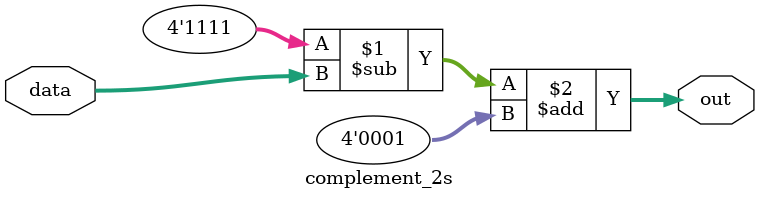
<source format=v>
module complement_2s(	// file.cleaned.mlir:2:3
  input  [3:0] data,	// file.cleaned.mlir:2:31
  output [3:0] out	// file.cleaned.mlir:2:47
);

  assign out = 4'hF - data + 4'h1;	// file.cleaned.mlir:3:14, :4:15, :5:10, :6:10, :7:5
endmodule


</source>
